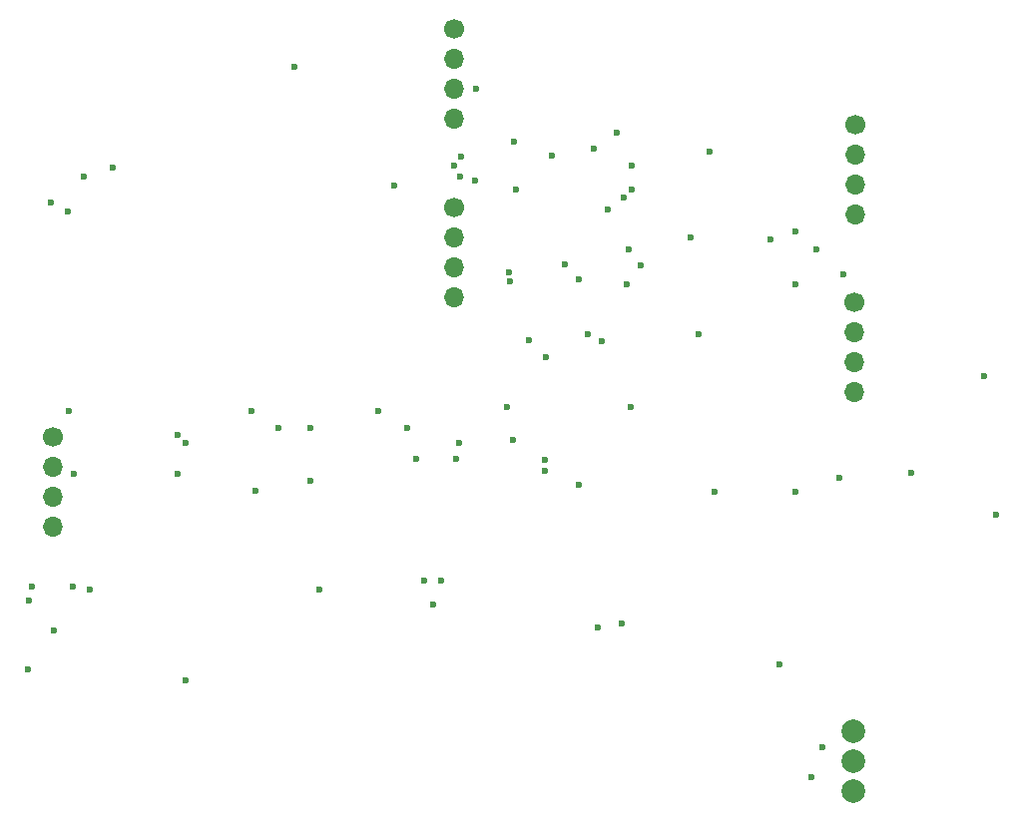
<source format=gbr>
%TF.GenerationSoftware,KiCad,Pcbnew,9.0.0*%
%TF.CreationDate,2025-04-19T15:24:46+09:00*%
%TF.ProjectId,nofy_V2_L,6e6f6679-5f56-4325-9f4c-2e6b69636164,rev?*%
%TF.SameCoordinates,Original*%
%TF.FileFunction,Soldermask,Top*%
%TF.FilePolarity,Negative*%
%FSLAX46Y46*%
G04 Gerber Fmt 4.6, Leading zero omitted, Abs format (unit mm)*
G04 Created by KiCad (PCBNEW 9.0.0) date 2025-04-19 15:24:46*
%MOMM*%
%LPD*%
G01*
G04 APERTURE LIST*
%ADD10C,2.000000*%
%ADD11C,1.700000*%
%ADD12O,1.700000X1.700000*%
%ADD13C,0.600000*%
G04 APERTURE END LIST*
D10*
%TO.C,SW3*%
X100767865Y-91132135D03*
X100767865Y-96132135D03*
X100767865Y-93632135D03*
%TD*%
D11*
%TO.C,J18*%
X32882865Y-66137135D03*
D12*
X32882865Y-68677135D03*
X32882865Y-71217135D03*
X32882865Y-73757135D03*
%TD*%
D11*
%TO.C,Con_L_6*%
X100867865Y-54692135D03*
D12*
X100867865Y-57232135D03*
X100867865Y-59772135D03*
X100867865Y-62312135D03*
%TD*%
D11*
%TO.C,Con_L_4*%
X100882865Y-39637135D03*
D12*
X100882865Y-42177135D03*
X100882865Y-44717135D03*
X100882865Y-47257135D03*
%TD*%
D11*
%TO.C,Con_L_0*%
X66867865Y-31492135D03*
D12*
X66867865Y-34032135D03*
X66867865Y-36572135D03*
X66867865Y-39112135D03*
%TD*%
D11*
%TO.C,Con_L_2*%
X66867865Y-46637135D03*
D12*
X66867865Y-49177135D03*
X66867865Y-51717135D03*
X66867865Y-54257135D03*
%TD*%
D13*
X99932865Y-52286335D03*
X71574665Y-52105535D03*
X68764965Y-36572135D03*
X53317865Y-34732135D03*
X66867865Y-43105235D03*
X81915265Y-43105235D03*
X63705765Y-67988535D03*
X32717865Y-46182135D03*
X81315265Y-45758835D03*
X67016265Y-67988535D03*
X54656665Y-69875735D03*
X50017865Y-70709535D03*
X54656665Y-65350635D03*
X51949665Y-65350635D03*
X62927965Y-65350635D03*
X49717865Y-63934135D03*
X60450465Y-63934135D03*
X34216965Y-63934135D03*
X93717865Y-49340935D03*
X34090165Y-46972535D03*
X79078465Y-82274335D03*
X81983265Y-45081935D03*
X72176365Y-45157135D03*
X81138465Y-81966735D03*
X71861065Y-66354135D03*
X79442865Y-57982135D03*
X34616665Y-69213535D03*
X73219465Y-57932135D03*
X43431365Y-69213535D03*
X43431365Y-65952435D03*
X31086265Y-78802435D03*
X67373065Y-44042235D03*
X34537365Y-78802435D03*
X67477865Y-42338335D03*
X35500965Y-44042235D03*
X88551265Y-41900235D03*
X75190865Y-42265635D03*
X65111965Y-80299435D03*
X81878065Y-63597735D03*
X71373165Y-63597735D03*
X32907065Y-82500135D03*
X82691365Y-51569835D03*
X76294665Y-51498235D03*
X44086365Y-86730435D03*
X44086365Y-66604235D03*
X30729980Y-85845506D03*
X67338965Y-66604235D03*
X71607965Y-52931235D03*
X30797965Y-80028835D03*
X77455565Y-52714135D03*
X65817865Y-78332135D03*
X64367865Y-78282135D03*
X77485265Y-70136735D03*
X112842865Y-72732435D03*
X74691308Y-59320835D03*
X111817365Y-60923835D03*
X74610212Y-68958736D03*
X99602765Y-69563035D03*
X105654065Y-69133835D03*
X74550000Y-68050000D03*
X61842865Y-44779235D03*
X68679565Y-44332135D03*
X86982965Y-49177135D03*
X94467865Y-85432135D03*
X71926765Y-41052935D03*
X81689465Y-50197335D03*
X97627765Y-50197335D03*
X97217865Y-94982135D03*
X80682165Y-40313035D03*
X98167865Y-92432135D03*
X78224765Y-57366935D03*
X87658265Y-57366935D03*
X95842865Y-70796635D03*
X89021965Y-70796635D03*
X95842865Y-53183835D03*
X81528265Y-53183835D03*
X95830365Y-48649035D03*
X79916665Y-46824735D03*
X78698465Y-41663935D03*
X37892865Y-43220435D03*
X55465465Y-79068235D03*
X35985165Y-79068235D03*
M02*

</source>
